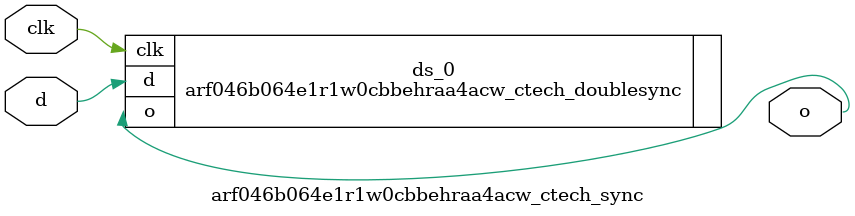
<source format=sv>

`ifndef ARF046B064E1R1W0CBBEHRAA4ACW_CTECH_SYNC_SV
`define ARF046B064E1R1W0CBBEHRAA4ACW_CTECH_SYNC_SV

module arf046b064e1r1w0cbbehraa4acw_ctech_sync (
  input  logic  clk,
  input  logic  d,

  output logic  o
);

  arf046b064e1r1w0cbbehraa4acw_ctech_doublesync ds_0 (.o(o), .d(d), .clk(clk));

endmodule // arf046b064e1r1w0cbbehraa4acw_ctech_sync

`endif // ARF046B064E1R1W0CBBEHRAA4ACW_CTECH_SYNC_SV
</source>
